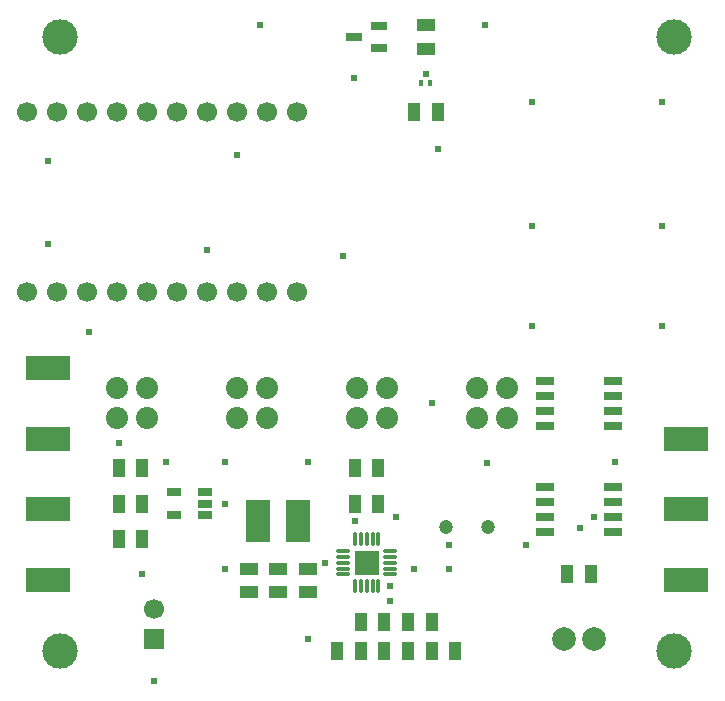
<source format=gbr>
%TF.GenerationSoftware,Altium Limited,Altium Designer,22.7.1 (60)*%
G04 Layer_Color=8388736*
%FSLAX43Y43*%
%MOMM*%
%TF.SameCoordinates,DFFB733E-25EA-4B03-B04C-AB34F345C761*%
%TF.FilePolarity,Negative*%
%TF.FileFunction,Soldermask,Top*%
%TF.Part,Single*%
G01*
G75*
%TA.AperFunction,SMDPad,CuDef*%
G04:AMPARAMS|DCode=12|XSize=1.6mm|YSize=0.7mm|CornerRadius=0.018mm|HoleSize=0mm|Usage=FLASHONLY|Rotation=180.000|XOffset=0mm|YOffset=0mm|HoleType=Round|Shape=RoundedRectangle|*
%AMROUNDEDRECTD12*
21,1,1.600,0.665,0,0,180.0*
21,1,1.565,0.700,0,0,180.0*
1,1,0.035,-0.782,0.333*
1,1,0.035,0.782,0.333*
1,1,0.035,0.782,-0.333*
1,1,0.035,-0.782,-0.333*
%
%ADD12ROUNDEDRECTD12*%
%ADD13R,0.370X0.500*%
%ADD14R,0.470X0.500*%
%ADD15R,1.100X1.500*%
%ADD18R,2.050X2.050*%
G04:AMPARAMS|DCode=19|XSize=1.2mm|YSize=0.6mm|CornerRadius=0.036mm|HoleSize=0mm|Usage=FLASHONLY|Rotation=180.000|XOffset=0mm|YOffset=0mm|HoleType=Round|Shape=RoundedRectangle|*
%AMROUNDEDRECTD19*
21,1,1.200,0.528,0,0,180.0*
21,1,1.128,0.600,0,0,180.0*
1,1,0.072,-0.564,0.264*
1,1,0.072,0.564,0.264*
1,1,0.072,0.564,-0.264*
1,1,0.072,-0.564,-0.264*
%
%ADD19ROUNDEDRECTD19*%
G04:AMPARAMS|DCode=20|XSize=1.4mm|YSize=0.6mm|CornerRadius=0.045mm|HoleSize=0mm|Usage=FLASHONLY|Rotation=180.000|XOffset=0mm|YOffset=0mm|HoleType=Round|Shape=RoundedRectangle|*
%AMROUNDEDRECTD20*
21,1,1.400,0.510,0,0,180.0*
21,1,1.310,0.600,0,0,180.0*
1,1,0.090,-0.655,0.255*
1,1,0.090,0.655,0.255*
1,1,0.090,0.655,-0.255*
1,1,0.090,-0.655,-0.255*
%
%ADD20ROUNDEDRECTD20*%
%ADD21R,2.000X3.600*%
%ADD22R,1.500X1.100*%
%ADD23R,3.800X2.030*%
%TA.AperFunction,ComponentPad*%
%ADD26C,2.000*%
%ADD27C,1.700*%
%ADD28R,1.700X1.700*%
%ADD29C,1.875*%
%ADD30C,1.200*%
%TA.AperFunction,WasherPad*%
%ADD31C,3.000*%
%TA.AperFunction,ViaPad*%
%ADD32C,0.610*%
%TA.AperFunction,SMDPad,CuDef*%
G04:AMPARAMS|DCode=44|XSize=0.39mm|YSize=1.14mm|CornerRadius=0.095mm|HoleSize=0mm|Usage=FLASHONLY|Rotation=90.000|XOffset=0mm|YOffset=0mm|HoleType=Round|Shape=RoundedRectangle|*
%AMROUNDEDRECTD44*
21,1,0.390,0.950,0,0,90.0*
21,1,0.200,1.140,0,0,90.0*
1,1,0.190,0.475,0.100*
1,1,0.190,0.475,-0.100*
1,1,0.190,-0.475,-0.100*
1,1,0.190,-0.475,0.100*
%
%ADD44ROUNDEDRECTD44*%
G04:AMPARAMS|DCode=45|XSize=0.39mm|YSize=1.14mm|CornerRadius=0.095mm|HoleSize=0mm|Usage=FLASHONLY|Rotation=0.000|XOffset=0mm|YOffset=0mm|HoleType=Round|Shape=RoundedRectangle|*
%AMROUNDEDRECTD45*
21,1,0.390,0.950,0,0,0.0*
21,1,0.200,1.140,0,0,0.0*
1,1,0.190,0.100,-0.475*
1,1,0.190,-0.100,-0.475*
1,1,0.190,-0.100,0.475*
1,1,0.190,0.100,0.475*
%
%ADD45ROUNDEDRECTD45*%
D12*
X45100Y14095D02*
D03*
Y15365D02*
D03*
Y16635D02*
D03*
Y17905D02*
D03*
X50900D02*
D03*
Y16635D02*
D03*
Y14095D02*
D03*
Y15365D02*
D03*
Y24365D02*
D03*
Y23095D02*
D03*
Y25635D02*
D03*
Y26905D02*
D03*
X45100D02*
D03*
Y25635D02*
D03*
Y24365D02*
D03*
Y23095D02*
D03*
D13*
X34600Y52100D02*
D03*
X35400D02*
D03*
D14*
X35000Y52900D02*
D03*
D15*
X29500Y4000D02*
D03*
X27500D02*
D03*
X35500Y4000D02*
D03*
X37500D02*
D03*
X29500Y6500D02*
D03*
X31500D02*
D03*
X35500Y6500D02*
D03*
X33500D02*
D03*
X33500Y4000D02*
D03*
X31500D02*
D03*
X36000Y49620D02*
D03*
X34000D02*
D03*
X9000Y13500D02*
D03*
X11000D02*
D03*
X49000Y10500D02*
D03*
X47000D02*
D03*
X29000Y19500D02*
D03*
X31000D02*
D03*
X29000Y16500D02*
D03*
X31000D02*
D03*
X9000D02*
D03*
X11000D02*
D03*
X11000Y19500D02*
D03*
X9000D02*
D03*
D18*
X30000Y11500D02*
D03*
D19*
X13700Y15550D02*
D03*
Y17450D02*
D03*
X16300D02*
D03*
Y16500D02*
D03*
Y15550D02*
D03*
D20*
X31050Y55050D02*
D03*
Y56950D02*
D03*
X28950Y56000D02*
D03*
D21*
X24200Y15000D02*
D03*
X20800D02*
D03*
D22*
X20000Y11000D02*
D03*
Y9000D02*
D03*
X22500Y11000D02*
D03*
Y9000D02*
D03*
X25000Y9000D02*
D03*
Y11000D02*
D03*
X35000Y55000D02*
D03*
Y57000D02*
D03*
D23*
X57000Y22000D02*
D03*
Y10000D02*
D03*
Y16000D02*
D03*
X3000D02*
D03*
Y10000D02*
D03*
Y28000D02*
D03*
Y22000D02*
D03*
D26*
X46730Y5000D02*
D03*
X49270D02*
D03*
D27*
X24130Y49620D02*
D03*
X16510D02*
D03*
X24130Y34380D02*
D03*
X21590D02*
D03*
X19050D02*
D03*
X16510D02*
D03*
X13970D02*
D03*
X11430D02*
D03*
X8890D02*
D03*
X6350D02*
D03*
X3810D02*
D03*
X1270D02*
D03*
Y49620D02*
D03*
X3810D02*
D03*
X6350D02*
D03*
X8890D02*
D03*
X11430D02*
D03*
X13970D02*
D03*
X21590D02*
D03*
X19050D02*
D03*
X12000Y7540D02*
D03*
D28*
Y5000D02*
D03*
D29*
X39370Y26270D02*
D03*
X41910D02*
D03*
X39370Y23730D02*
D03*
X41910D02*
D03*
X11430Y26270D02*
D03*
Y23730D02*
D03*
X8890Y26270D02*
D03*
Y23730D02*
D03*
X21590D02*
D03*
X19050D02*
D03*
X21590Y26270D02*
D03*
X19050D02*
D03*
X31750Y23730D02*
D03*
X29210D02*
D03*
X31750Y26270D02*
D03*
X29210D02*
D03*
D30*
X40250Y14500D02*
D03*
X36750D02*
D03*
D31*
X56000Y56000D02*
D03*
Y4000D02*
D03*
X4000D02*
D03*
Y56000D02*
D03*
D32*
X37000Y11000D02*
D03*
X32502Y15365D02*
D03*
X49270D02*
D03*
X40000Y57000D02*
D03*
X21000D02*
D03*
X11000Y10500D02*
D03*
X12000Y1500D02*
D03*
X3000Y38500D02*
D03*
Y45500D02*
D03*
X6500Y31000D02*
D03*
X19000Y46000D02*
D03*
X16500Y38000D02*
D03*
X36000Y46500D02*
D03*
X28000Y37500D02*
D03*
X44000Y50500D02*
D03*
X55000D02*
D03*
X44000Y40000D02*
D03*
X55000D02*
D03*
Y31500D02*
D03*
X44000D02*
D03*
X40227Y19895D02*
D03*
X51000Y20000D02*
D03*
X25000Y5000D02*
D03*
X13000Y20000D02*
D03*
X25000D02*
D03*
X18000D02*
D03*
X43500Y13000D02*
D03*
X9000Y21600D02*
D03*
X48100Y14400D02*
D03*
X28950Y52500D02*
D03*
X37000Y13000D02*
D03*
X35560Y25000D02*
D03*
X29000Y15000D02*
D03*
X34000Y11000D02*
D03*
X29400Y12100D02*
D03*
X30600D02*
D03*
X29400Y10900D02*
D03*
X30600D02*
D03*
X3000Y16000D02*
D03*
X18000Y16500D02*
D03*
Y11000D02*
D03*
X32000Y8250D02*
D03*
X57000Y10000D02*
D03*
Y16000D02*
D03*
Y22000D02*
D03*
X26500Y11500D02*
D03*
X32000Y9500D02*
D03*
D44*
X28000Y12500D02*
D03*
Y12000D02*
D03*
Y11500D02*
D03*
Y11000D02*
D03*
Y10500D02*
D03*
X32000D02*
D03*
Y11000D02*
D03*
Y11500D02*
D03*
Y12000D02*
D03*
Y12500D02*
D03*
D45*
X29000Y9500D02*
D03*
X29500D02*
D03*
X30000D02*
D03*
X30500D02*
D03*
X31000D02*
D03*
Y13500D02*
D03*
X30500D02*
D03*
X30000D02*
D03*
X29500D02*
D03*
X29000D02*
D03*
%TF.MD5,6ae411758cef536d5231225f26049640*%
M02*

</source>
